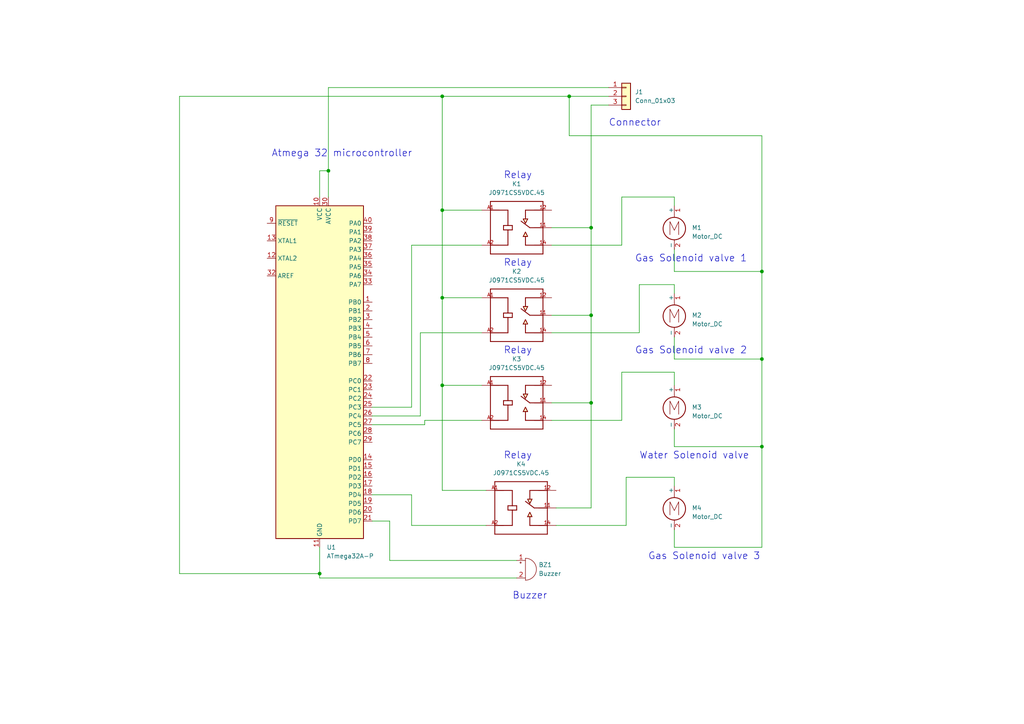
<source format=kicad_sch>
(kicad_sch (version 20211123) (generator eeschema)

  (uuid 5057caa5-4023-4af2-86aa-5e5ba1d06df5)

  (paper "A4")

  (title_block
    (title "Solenoid valve & buzzer")
    (company "Group 13")
  )

  (lib_symbols
    (symbol "Connector_Generic:Conn_01x03" (pin_names (offset 1.016) hide) (in_bom yes) (on_board yes)
      (property "Reference" "J" (id 0) (at 0 5.08 0)
        (effects (font (size 1.27 1.27)))
      )
      (property "Value" "Conn_01x03" (id 1) (at 0 -5.08 0)
        (effects (font (size 1.27 1.27)))
      )
      (property "Footprint" "" (id 2) (at 0 0 0)
        (effects (font (size 1.27 1.27)) hide)
      )
      (property "Datasheet" "~" (id 3) (at 0 0 0)
        (effects (font (size 1.27 1.27)) hide)
      )
      (property "ki_keywords" "connector" (id 4) (at 0 0 0)
        (effects (font (size 1.27 1.27)) hide)
      )
      (property "ki_description" "Generic connector, single row, 01x03, script generated (kicad-library-utils/schlib/autogen/connector/)" (id 5) (at 0 0 0)
        (effects (font (size 1.27 1.27)) hide)
      )
      (property "ki_fp_filters" "Connector*:*_1x??_*" (id 6) (at 0 0 0)
        (effects (font (size 1.27 1.27)) hide)
      )
      (symbol "Conn_01x03_1_1"
        (rectangle (start -1.27 -2.413) (end 0 -2.667)
          (stroke (width 0.1524) (type default) (color 0 0 0 0))
          (fill (type none))
        )
        (rectangle (start -1.27 0.127) (end 0 -0.127)
          (stroke (width 0.1524) (type default) (color 0 0 0 0))
          (fill (type none))
        )
        (rectangle (start -1.27 2.667) (end 0 2.413)
          (stroke (width 0.1524) (type default) (color 0 0 0 0))
          (fill (type none))
        )
        (rectangle (start -1.27 3.81) (end 1.27 -3.81)
          (stroke (width 0.254) (type default) (color 0 0 0 0))
          (fill (type background))
        )
        (pin passive line (at -5.08 2.54 0) (length 3.81)
          (name "Pin_1" (effects (font (size 1.27 1.27))))
          (number "1" (effects (font (size 1.27 1.27))))
        )
        (pin passive line (at -5.08 0 0) (length 3.81)
          (name "Pin_2" (effects (font (size 1.27 1.27))))
          (number "2" (effects (font (size 1.27 1.27))))
        )
        (pin passive line (at -5.08 -2.54 0) (length 3.81)
          (name "Pin_3" (effects (font (size 1.27 1.27))))
          (number "3" (effects (font (size 1.27 1.27))))
        )
      )
    )
    (symbol "Device:Buzzer" (pin_names (offset 0.0254) hide) (in_bom yes) (on_board yes)
      (property "Reference" "BZ" (id 0) (at 3.81 1.27 0)
        (effects (font (size 1.27 1.27)) (justify left))
      )
      (property "Value" "Buzzer" (id 1) (at 3.81 -1.27 0)
        (effects (font (size 1.27 1.27)) (justify left))
      )
      (property "Footprint" "" (id 2) (at -0.635 2.54 90)
        (effects (font (size 1.27 1.27)) hide)
      )
      (property "Datasheet" "~" (id 3) (at -0.635 2.54 90)
        (effects (font (size 1.27 1.27)) hide)
      )
      (property "ki_keywords" "quartz resonator ceramic" (id 4) (at 0 0 0)
        (effects (font (size 1.27 1.27)) hide)
      )
      (property "ki_description" "Buzzer, polarized" (id 5) (at 0 0 0)
        (effects (font (size 1.27 1.27)) hide)
      )
      (property "ki_fp_filters" "*Buzzer*" (id 6) (at 0 0 0)
        (effects (font (size 1.27 1.27)) hide)
      )
      (symbol "Buzzer_0_1"
        (arc (start 0 -3.175) (mid 3.175 0) (end 0 3.175)
          (stroke (width 0) (type default) (color 0 0 0 0))
          (fill (type none))
        )
        (polyline
          (pts
            (xy -1.651 1.905)
            (xy -1.143 1.905)
          )
          (stroke (width 0) (type default) (color 0 0 0 0))
          (fill (type none))
        )
        (polyline
          (pts
            (xy -1.397 2.159)
            (xy -1.397 1.651)
          )
          (stroke (width 0) (type default) (color 0 0 0 0))
          (fill (type none))
        )
        (polyline
          (pts
            (xy 0 3.175)
            (xy 0 -3.175)
          )
          (stroke (width 0) (type default) (color 0 0 0 0))
          (fill (type none))
        )
      )
      (symbol "Buzzer_1_1"
        (pin passive line (at -2.54 2.54 0) (length 2.54)
          (name "-" (effects (font (size 1.27 1.27))))
          (number "1" (effects (font (size 1.27 1.27))))
        )
        (pin passive line (at -2.54 -2.54 0) (length 2.54)
          (name "+" (effects (font (size 1.27 1.27))))
          (number "2" (effects (font (size 1.27 1.27))))
        )
      )
    )
    (symbol "J0971CS5VDC.45:J0971CS5VDC.45" (pin_names (offset 1.016) hide) (in_bom yes) (on_board yes)
      (property "Reference" "K" (id 0) (at -7.62 8.89 0)
        (effects (font (size 1.27 1.27)) (justify left bottom))
      )
      (property "Value" "J0971CS5VDC.45" (id 1) (at -7.62 -10.16 0)
        (effects (font (size 1.27 1.27)) (justify left bottom))
      )
      (property "Footprint" "RELAY_J0971CS5VDC.45" (id 2) (at 0 0 0)
        (effects (font (size 1.27 1.27)) (justify left bottom) hide)
      )
      (property "Datasheet" "" (id 3) (at 0 0 0)
        (effects (font (size 1.27 1.27)) (justify left bottom) hide)
      )
      (property "MANUFACTURER" "CIT Relay & Switch" (id 4) (at 0 0 0)
        (effects (font (size 1.27 1.27)) (justify left bottom) hide)
      )
      (property "PARTREV" "--" (id 5) (at 0 0 0)
        (effects (font (size 1.27 1.27)) (justify left bottom) hide)
      )
      (property "MAXIMUM_PACKAGE_HEIGHT" "15.3mm" (id 6) (at 0 0 0)
        (effects (font (size 1.27 1.27)) (justify left bottom) hide)
      )
      (property "STANDARD" "Manufacturer recommendations" (id 7) (at 0 0 0)
        (effects (font (size 1.27 1.27)) (justify left bottom) hide)
      )
      (property "ki_locked" "" (id 8) (at 0 0 0)
        (effects (font (size 1.27 1.27)))
      )
      (symbol "J0971CS5VDC.45_0_0"
        (polyline
          (pts
            (xy -7.62 -7.62)
            (xy 7.62 -7.62)
          )
          (stroke (width 0.254) (type default) (color 0 0 0 0))
          (fill (type none))
        )
        (polyline
          (pts
            (xy -7.62 -5.08)
            (xy -2.54 -5.08)
          )
          (stroke (width 0.254) (type default) (color 0 0 0 0))
          (fill (type none))
        )
        (polyline
          (pts
            (xy -7.62 5.08)
            (xy -2.54 5.08)
          )
          (stroke (width 0.254) (type default) (color 0 0 0 0))
          (fill (type none))
        )
        (polyline
          (pts
            (xy -7.62 7.62)
            (xy -7.62 -7.62)
          )
          (stroke (width 0.254) (type default) (color 0 0 0 0))
          (fill (type none))
        )
        (polyline
          (pts
            (xy -3.81 -0.635)
            (xy -3.81 0.635)
          )
          (stroke (width 0.254) (type default) (color 0 0 0 0))
          (fill (type none))
        )
        (polyline
          (pts
            (xy -3.81 0.635)
            (xy -2.54 0.635)
          )
          (stroke (width 0.254) (type default) (color 0 0 0 0))
          (fill (type none))
        )
        (polyline
          (pts
            (xy -2.54 -0.635)
            (xy -3.81 -0.635)
          )
          (stroke (width 0.254) (type default) (color 0 0 0 0))
          (fill (type none))
        )
        (polyline
          (pts
            (xy -2.54 -0.635)
            (xy -2.54 -5.08)
          )
          (stroke (width 0.254) (type default) (color 0 0 0 0))
          (fill (type none))
        )
        (polyline
          (pts
            (xy -2.54 0.635)
            (xy -1.27 0.635)
          )
          (stroke (width 0.254) (type default) (color 0 0 0 0))
          (fill (type none))
        )
        (polyline
          (pts
            (xy -2.54 5.08)
            (xy -2.54 0.635)
          )
          (stroke (width 0.254) (type default) (color 0 0 0 0))
          (fill (type none))
        )
        (polyline
          (pts
            (xy -1.27 -0.635)
            (xy -2.54 -0.635)
          )
          (stroke (width 0.254) (type default) (color 0 0 0 0))
          (fill (type none))
        )
        (polyline
          (pts
            (xy -1.27 0.635)
            (xy -1.27 -0.635)
          )
          (stroke (width 0.254) (type default) (color 0 0 0 0))
          (fill (type none))
        )
        (polyline
          (pts
            (xy 2.54 -5.08)
            (xy 2.54 -2.54)
          )
          (stroke (width 0.254) (type default) (color 0 0 0 0))
          (fill (type none))
        )
        (polyline
          (pts
            (xy 2.54 5.08)
            (xy 2.54 2.54)
          )
          (stroke (width 0.254) (type default) (color 0 0 0 0))
          (fill (type none))
        )
        (polyline
          (pts
            (xy 2.54 5.08)
            (xy 7.62 5.08)
          )
          (stroke (width 0.254) (type default) (color 0 0 0 0))
          (fill (type none))
        )
        (polyline
          (pts
            (xy 3.81 0)
            (xy 1.27 1.905)
          )
          (stroke (width 0.254) (type default) (color 0 0 0 0))
          (fill (type none))
        )
        (polyline
          (pts
            (xy 7.62 -7.62)
            (xy 7.62 5.08)
          )
          (stroke (width 0.254) (type default) (color 0 0 0 0))
          (fill (type none))
        )
        (polyline
          (pts
            (xy 7.62 -5.08)
            (xy 2.54 -5.08)
          )
          (stroke (width 0.254) (type default) (color 0 0 0 0))
          (fill (type none))
        )
        (polyline
          (pts
            (xy 7.62 0)
            (xy 3.81 0)
          )
          (stroke (width 0.254) (type default) (color 0 0 0 0))
          (fill (type none))
        )
        (polyline
          (pts
            (xy 7.62 5.08)
            (xy 7.62 7.62)
          )
          (stroke (width 0.254) (type default) (color 0 0 0 0))
          (fill (type none))
        )
        (polyline
          (pts
            (xy 7.62 7.62)
            (xy -7.62 7.62)
          )
          (stroke (width 0.254) (type default) (color 0 0 0 0))
          (fill (type none))
        )
        (polyline
          (pts
            (xy 1.905 -2.54)
            (xy 3.175 -2.54)
            (xy 2.54 -1.27)
            (xy 1.905 -2.54)
          )
          (stroke (width 0.254) (type default) (color 0 0 0 0))
          (fill (type background))
        )
        (polyline
          (pts
            (xy 3.175 2.54)
            (xy 1.905 2.54)
            (xy 2.54 1.27)
            (xy 3.175 2.54)
          )
          (stroke (width 0.254) (type default) (color 0 0 0 0))
          (fill (type background))
        )
        (pin passive line (at 10.16 0 180) (length 5.08)
          (name "~" (effects (font (size 1.016 1.016))))
          (number "11" (effects (font (size 1.016 1.016))))
        )
        (pin passive line (at 10.16 5.08 180) (length 5.08)
          (name "~" (effects (font (size 1.016 1.016))))
          (number "12" (effects (font (size 1.016 1.016))))
        )
        (pin passive line (at 10.16 -5.08 180) (length 5.08)
          (name "~" (effects (font (size 1.016 1.016))))
          (number "14" (effects (font (size 1.016 1.016))))
        )
        (pin passive line (at -10.16 5.08 0) (length 5.08)
          (name "~" (effects (font (size 1.016 1.016))))
          (number "A1" (effects (font (size 1.016 1.016))))
        )
        (pin passive line (at -10.16 -5.08 0) (length 5.08)
          (name "~" (effects (font (size 1.016 1.016))))
          (number "A2" (effects (font (size 1.016 1.016))))
        )
      )
    )
    (symbol "MCU_Microchip_ATmega:ATmega32A-P" (in_bom yes) (on_board yes)
      (property "Reference" "U" (id 0) (at -12.7 49.53 0)
        (effects (font (size 1.27 1.27)) (justify left bottom))
      )
      (property "Value" "ATmega32A-P" (id 1) (at 2.54 -49.53 0)
        (effects (font (size 1.27 1.27)) (justify left top))
      )
      (property "Footprint" "Package_DIP:DIP-40_W15.24mm" (id 2) (at 0 0 0)
        (effects (font (size 1.27 1.27) italic) hide)
      )
      (property "Datasheet" "http://ww1.microchip.com/downloads/en/DeviceDoc/atmel-8155-8-bit-microcontroller-avr-atmega32a_datasheet.pdf" (id 3) (at 0 0 0)
        (effects (font (size 1.27 1.27)) hide)
      )
      (property "ki_keywords" "AVR 8bit Microcontroller MegaAVR" (id 4) (at 0 0 0)
        (effects (font (size 1.27 1.27)) hide)
      )
      (property "ki_description" "16MHz, 32kB Flash, 2kB SRAM, 1kB EEPROM, JTAG, DIP-40" (id 5) (at 0 0 0)
        (effects (font (size 1.27 1.27)) hide)
      )
      (property "ki_fp_filters" "DIP*W15.24mm*" (id 6) (at 0 0 0)
        (effects (font (size 1.27 1.27)) hide)
      )
      (symbol "ATmega32A-P_0_1"
        (rectangle (start -12.7 -48.26) (end 12.7 48.26)
          (stroke (width 0.254) (type default) (color 0 0 0 0))
          (fill (type background))
        )
      )
      (symbol "ATmega32A-P_1_1"
        (pin bidirectional line (at 15.24 20.32 180) (length 2.54)
          (name "PB0" (effects (font (size 1.27 1.27))))
          (number "1" (effects (font (size 1.27 1.27))))
        )
        (pin power_in line (at 0 50.8 270) (length 2.54)
          (name "VCC" (effects (font (size 1.27 1.27))))
          (number "10" (effects (font (size 1.27 1.27))))
        )
        (pin power_in line (at 0 -50.8 90) (length 2.54)
          (name "GND" (effects (font (size 1.27 1.27))))
          (number "11" (effects (font (size 1.27 1.27))))
        )
        (pin output line (at -15.24 33.02 0) (length 2.54)
          (name "XTAL2" (effects (font (size 1.27 1.27))))
          (number "12" (effects (font (size 1.27 1.27))))
        )
        (pin input line (at -15.24 38.1 0) (length 2.54)
          (name "XTAL1" (effects (font (size 1.27 1.27))))
          (number "13" (effects (font (size 1.27 1.27))))
        )
        (pin bidirectional line (at 15.24 -25.4 180) (length 2.54)
          (name "PD0" (effects (font (size 1.27 1.27))))
          (number "14" (effects (font (size 1.27 1.27))))
        )
        (pin bidirectional line (at 15.24 -27.94 180) (length 2.54)
          (name "PD1" (effects (font (size 1.27 1.27))))
          (number "15" (effects (font (size 1.27 1.27))))
        )
        (pin bidirectional line (at 15.24 -30.48 180) (length 2.54)
          (name "PD2" (effects (font (size 1.27 1.27))))
          (number "16" (effects (font (size 1.27 1.27))))
        )
        (pin bidirectional line (at 15.24 -33.02 180) (length 2.54)
          (name "PD3" (effects (font (size 1.27 1.27))))
          (number "17" (effects (font (size 1.27 1.27))))
        )
        (pin bidirectional line (at 15.24 -35.56 180) (length 2.54)
          (name "PD4" (effects (font (size 1.27 1.27))))
          (number "18" (effects (font (size 1.27 1.27))))
        )
        (pin bidirectional line (at 15.24 -38.1 180) (length 2.54)
          (name "PD5" (effects (font (size 1.27 1.27))))
          (number "19" (effects (font (size 1.27 1.27))))
        )
        (pin bidirectional line (at 15.24 17.78 180) (length 2.54)
          (name "PB1" (effects (font (size 1.27 1.27))))
          (number "2" (effects (font (size 1.27 1.27))))
        )
        (pin bidirectional line (at 15.24 -40.64 180) (length 2.54)
          (name "PD6" (effects (font (size 1.27 1.27))))
          (number "20" (effects (font (size 1.27 1.27))))
        )
        (pin bidirectional line (at 15.24 -43.18 180) (length 2.54)
          (name "PD7" (effects (font (size 1.27 1.27))))
          (number "21" (effects (font (size 1.27 1.27))))
        )
        (pin bidirectional line (at 15.24 -2.54 180) (length 2.54)
          (name "PC0" (effects (font (size 1.27 1.27))))
          (number "22" (effects (font (size 1.27 1.27))))
        )
        (pin bidirectional line (at 15.24 -5.08 180) (length 2.54)
          (name "PC1" (effects (font (size 1.27 1.27))))
          (number "23" (effects (font (size 1.27 1.27))))
        )
        (pin bidirectional line (at 15.24 -7.62 180) (length 2.54)
          (name "PC2" (effects (font (size 1.27 1.27))))
          (number "24" (effects (font (size 1.27 1.27))))
        )
        (pin bidirectional line (at 15.24 -10.16 180) (length 2.54)
          (name "PC3" (effects (font (size 1.27 1.27))))
          (number "25" (effects (font (size 1.27 1.27))))
        )
        (pin bidirectional line (at 15.24 -12.7 180) (length 2.54)
          (name "PC4" (effects (font (size 1.27 1.27))))
          (number "26" (effects (font (size 1.27 1.27))))
        )
        (pin bidirectional line (at 15.24 -15.24 180) (length 2.54)
          (name "PC5" (effects (font (size 1.27 1.27))))
          (number "27" (effects (font (size 1.27 1.27))))
        )
        (pin bidirectional line (at 15.24 -17.78 180) (length 2.54)
          (name "PC6" (effects (font (size 1.27 1.27))))
          (number "28" (effects (font (size 1.27 1.27))))
        )
        (pin bidirectional line (at 15.24 -20.32 180) (length 2.54)
          (name "PC7" (effects (font (size 1.27 1.27))))
          (number "29" (effects (font (size 1.27 1.27))))
        )
        (pin bidirectional line (at 15.24 15.24 180) (length 2.54)
          (name "PB2" (effects (font (size 1.27 1.27))))
          (number "3" (effects (font (size 1.27 1.27))))
        )
        (pin power_in line (at 2.54 50.8 270) (length 2.54)
          (name "AVCC" (effects (font (size 1.27 1.27))))
          (number "30" (effects (font (size 1.27 1.27))))
        )
        (pin passive line (at 0 -50.8 90) (length 2.54) hide
          (name "GND" (effects (font (size 1.27 1.27))))
          (number "31" (effects (font (size 1.27 1.27))))
        )
        (pin passive line (at -15.24 27.94 0) (length 2.54)
          (name "AREF" (effects (font (size 1.27 1.27))))
          (number "32" (effects (font (size 1.27 1.27))))
        )
        (pin bidirectional line (at 15.24 25.4 180) (length 2.54)
          (name "PA7" (effects (font (size 1.27 1.27))))
          (number "33" (effects (font (size 1.27 1.27))))
        )
        (pin bidirectional line (at 15.24 27.94 180) (length 2.54)
          (name "PA6" (effects (font (size 1.27 1.27))))
          (number "34" (effects (font (size 1.27 1.27))))
        )
        (pin bidirectional line (at 15.24 30.48 180) (length 2.54)
          (name "PA5" (effects (font (size 1.27 1.27))))
          (number "35" (effects (font (size 1.27 1.27))))
        )
        (pin bidirectional line (at 15.24 33.02 180) (length 2.54)
          (name "PA4" (effects (font (size 1.27 1.27))))
          (number "36" (effects (font (size 1.27 1.27))))
        )
        (pin bidirectional line (at 15.24 35.56 180) (length 2.54)
          (name "PA3" (effects (font (size 1.27 1.27))))
          (number "37" (effects (font (size 1.27 1.27))))
        )
        (pin bidirectional line (at 15.24 38.1 180) (length 2.54)
          (name "PA2" (effects (font (size 1.27 1.27))))
          (number "38" (effects (font (size 1.27 1.27))))
        )
        (pin bidirectional line (at 15.24 40.64 180) (length 2.54)
          (name "PA1" (effects (font (size 1.27 1.27))))
          (number "39" (effects (font (size 1.27 1.27))))
        )
        (pin bidirectional line (at 15.24 12.7 180) (length 2.54)
          (name "PB3" (effects (font (size 1.27 1.27))))
          (number "4" (effects (font (size 1.27 1.27))))
        )
        (pin bidirectional line (at 15.24 43.18 180) (length 2.54)
          (name "PA0" (effects (font (size 1.27 1.27))))
          (number "40" (effects (font (size 1.27 1.27))))
        )
        (pin bidirectional line (at 15.24 10.16 180) (length 2.54)
          (name "PB4" (effects (font (size 1.27 1.27))))
          (number "5" (effects (font (size 1.27 1.27))))
        )
        (pin bidirectional line (at 15.24 7.62 180) (length 2.54)
          (name "PB5" (effects (font (size 1.27 1.27))))
          (number "6" (effects (font (size 1.27 1.27))))
        )
        (pin bidirectional line (at 15.24 5.08 180) (length 2.54)
          (name "PB6" (effects (font (size 1.27 1.27))))
          (number "7" (effects (font (size 1.27 1.27))))
        )
        (pin bidirectional line (at 15.24 2.54 180) (length 2.54)
          (name "PB7" (effects (font (size 1.27 1.27))))
          (number "8" (effects (font (size 1.27 1.27))))
        )
        (pin input line (at -15.24 43.18 0) (length 2.54)
          (name "~{RESET}" (effects (font (size 1.27 1.27))))
          (number "9" (effects (font (size 1.27 1.27))))
        )
      )
    )
    (symbol "Motor:Motor_DC" (pin_names (offset 0)) (in_bom yes) (on_board yes)
      (property "Reference" "M" (id 0) (at 2.54 2.54 0)
        (effects (font (size 1.27 1.27)) (justify left))
      )
      (property "Value" "Motor_DC" (id 1) (at 2.54 -5.08 0)
        (effects (font (size 1.27 1.27)) (justify left top))
      )
      (property "Footprint" "" (id 2) (at 0 -2.286 0)
        (effects (font (size 1.27 1.27)) hide)
      )
      (property "Datasheet" "~" (id 3) (at 0 -2.286 0)
        (effects (font (size 1.27 1.27)) hide)
      )
      (property "ki_keywords" "DC Motor" (id 4) (at 0 0 0)
        (effects (font (size 1.27 1.27)) hide)
      )
      (property "ki_description" "DC Motor" (id 5) (at 0 0 0)
        (effects (font (size 1.27 1.27)) hide)
      )
      (property "ki_fp_filters" "PinHeader*P2.54mm* TerminalBlock*" (id 6) (at 0 0 0)
        (effects (font (size 1.27 1.27)) hide)
      )
      (symbol "Motor_DC_0_0"
        (polyline
          (pts
            (xy -1.27 -3.302)
            (xy -1.27 0.508)
            (xy 0 -2.032)
            (xy 1.27 0.508)
            (xy 1.27 -3.302)
          )
          (stroke (width 0) (type default) (color 0 0 0 0))
          (fill (type none))
        )
      )
      (symbol "Motor_DC_0_1"
        (circle (center 0 -1.524) (radius 3.2512)
          (stroke (width 0.254) (type default) (color 0 0 0 0))
          (fill (type none))
        )
        (polyline
          (pts
            (xy 0 -7.62)
            (xy 0 -7.112)
          )
          (stroke (width 0) (type default) (color 0 0 0 0))
          (fill (type none))
        )
        (polyline
          (pts
            (xy 0 -4.7752)
            (xy 0 -5.1816)
          )
          (stroke (width 0) (type default) (color 0 0 0 0))
          (fill (type none))
        )
        (polyline
          (pts
            (xy 0 1.7272)
            (xy 0 2.0828)
          )
          (stroke (width 0) (type default) (color 0 0 0 0))
          (fill (type none))
        )
        (polyline
          (pts
            (xy 0 2.032)
            (xy 0 2.54)
          )
          (stroke (width 0) (type default) (color 0 0 0 0))
          (fill (type none))
        )
      )
      (symbol "Motor_DC_1_1"
        (pin passive line (at 0 5.08 270) (length 2.54)
          (name "+" (effects (font (size 1.27 1.27))))
          (number "1" (effects (font (size 1.27 1.27))))
        )
        (pin passive line (at 0 -7.62 90) (length 2.54)
          (name "-" (effects (font (size 1.27 1.27))))
          (number "2" (effects (font (size 1.27 1.27))))
        )
      )
    )
  )

  (junction (at 165.1 27.94) (diameter 0) (color 0 0 0 0)
    (uuid 2067ad7b-0255-4cfc-a884-a89d59636b6a)
  )
  (junction (at 128.27 111.76) (diameter 0) (color 0 0 0 0)
    (uuid 376d1575-c27b-4679-8473-7132426b286f)
  )
  (junction (at 128.27 86.36) (diameter 0) (color 0 0 0 0)
    (uuid 3cd2d3a1-0c9d-4b8d-a93e-8ed45295d0da)
  )
  (junction (at 171.45 91.44) (diameter 0) (color 0 0 0 0)
    (uuid 7afb7dd6-026f-43dd-928a-a1422efe2b0f)
  )
  (junction (at 92.71 166.37) (diameter 0) (color 0 0 0 0)
    (uuid 91fad569-7799-4d8b-af12-b43a60119283)
  )
  (junction (at 171.45 116.84) (diameter 0) (color 0 0 0 0)
    (uuid a0a87f93-889e-4037-b9ed-1b3413d2714f)
  )
  (junction (at 128.27 60.96) (diameter 0) (color 0 0 0 0)
    (uuid a1d7a013-d969-4b0c-a568-e48888e56a9c)
  )
  (junction (at 128.27 27.94) (diameter 0) (color 0 0 0 0)
    (uuid a90cfe1b-d7c3-40d9-a5d7-bd1483b3d978)
  )
  (junction (at 95.25 49.53) (diameter 0) (color 0 0 0 0)
    (uuid c79c86f6-660b-4cc2-a795-8042f2cb2d85)
  )
  (junction (at 220.98 104.14) (diameter 0) (color 0 0 0 0)
    (uuid c97546d0-ddcd-47d6-a62d-d75b297965fd)
  )
  (junction (at 171.45 66.04) (diameter 0) (color 0 0 0 0)
    (uuid db4aba0b-75f4-4376-852e-314fcc6f5958)
  )
  (junction (at 220.98 129.54) (diameter 0) (color 0 0 0 0)
    (uuid f448bf3b-2779-4143-a187-cded951fe0f6)
  )
  (junction (at 220.98 78.74) (diameter 0) (color 0 0 0 0)
    (uuid f8793b0b-4754-463d-b265-d245c9c8db87)
  )

  (wire (pts (xy 195.58 153.67) (xy 195.58 158.75))
    (stroke (width 0) (type default) (color 0 0 0 0))
    (uuid 001ed3f4-4bd1-422f-9729-d37c6855544e)
  )
  (wire (pts (xy 176.53 27.94) (xy 165.1 27.94))
    (stroke (width 0) (type default) (color 0 0 0 0))
    (uuid 0104fdeb-9bd2-45b7-9223-abf4d9c4702a)
  )
  (wire (pts (xy 95.25 49.53) (xy 92.71 49.53))
    (stroke (width 0) (type default) (color 0 0 0 0))
    (uuid 04055973-7abf-4cfb-9e5b-f4db3ce662d7)
  )
  (wire (pts (xy 220.98 39.37) (xy 165.1 39.37))
    (stroke (width 0) (type default) (color 0 0 0 0))
    (uuid 040c2e07-251b-44c4-b50b-b39387ce4726)
  )
  (wire (pts (xy 160.02 91.44) (xy 171.45 91.44))
    (stroke (width 0) (type default) (color 0 0 0 0))
    (uuid 0a879a9c-123d-4b35-bb6f-11de402647e7)
  )
  (wire (pts (xy 139.7 86.36) (xy 128.27 86.36))
    (stroke (width 0) (type default) (color 0 0 0 0))
    (uuid 11091c5c-7b53-4196-95c4-8c4cf6c80405)
  )
  (wire (pts (xy 139.7 111.76) (xy 128.27 111.76))
    (stroke (width 0) (type default) (color 0 0 0 0))
    (uuid 115d8124-b275-41df-913a-4f36ceba6639)
  )
  (wire (pts (xy 128.27 27.94) (xy 165.1 27.94))
    (stroke (width 0) (type default) (color 0 0 0 0))
    (uuid 1594db5f-02af-4651-89a2-cae227d8aad5)
  )
  (wire (pts (xy 195.58 78.74) (xy 220.98 78.74))
    (stroke (width 0) (type default) (color 0 0 0 0))
    (uuid 17172a26-0aa2-4001-9ffc-c4eca6c93ec7)
  )
  (wire (pts (xy 128.27 60.96) (xy 128.27 86.36))
    (stroke (width 0) (type default) (color 0 0 0 0))
    (uuid 18dbc6ac-2667-4148-a44d-aa319709bf75)
  )
  (wire (pts (xy 171.45 91.44) (xy 171.45 116.84))
    (stroke (width 0) (type default) (color 0 0 0 0))
    (uuid 20671650-ad02-4e66-b26f-a48efd25d282)
  )
  (wire (pts (xy 165.1 39.37) (xy 165.1 27.94))
    (stroke (width 0) (type default) (color 0 0 0 0))
    (uuid 2101c3aa-a26e-486f-936d-af017b48b3fc)
  )
  (wire (pts (xy 220.98 104.14) (xy 220.98 129.54))
    (stroke (width 0) (type default) (color 0 0 0 0))
    (uuid 2b6140af-1e8e-43f6-82d0-9e555d0358ab)
  )
  (wire (pts (xy 220.98 78.74) (xy 220.98 39.37))
    (stroke (width 0) (type default) (color 0 0 0 0))
    (uuid 2cd6a8e7-d63d-489d-b21c-2609135e89e4)
  )
  (wire (pts (xy 128.27 27.94) (xy 128.27 60.96))
    (stroke (width 0) (type default) (color 0 0 0 0))
    (uuid 3bb6f452-c7ae-43c1-95f1-5bbc2c44ffa1)
  )
  (wire (pts (xy 195.58 72.39) (xy 195.58 78.74))
    (stroke (width 0) (type default) (color 0 0 0 0))
    (uuid 42cbc381-e88c-4684-b0ce-d90af38af875)
  )
  (wire (pts (xy 119.38 152.4) (xy 140.97 152.4))
    (stroke (width 0) (type default) (color 0 0 0 0))
    (uuid 47ffe34f-860e-4134-8688-bcd3eea6f164)
  )
  (wire (pts (xy 52.07 166.37) (xy 52.07 27.94))
    (stroke (width 0) (type default) (color 0 0 0 0))
    (uuid 4fb71023-08c8-4493-9404-9b3aabc2589f)
  )
  (wire (pts (xy 113.03 162.56) (xy 149.86 162.56))
    (stroke (width 0) (type default) (color 0 0 0 0))
    (uuid 56af63a2-8245-4056-a9ad-097d2ba7a5e9)
  )
  (wire (pts (xy 161.29 147.32) (xy 171.45 147.32))
    (stroke (width 0) (type default) (color 0 0 0 0))
    (uuid 590bf2a7-4bf3-4469-902d-73b7eda8cd36)
  )
  (wire (pts (xy 119.38 143.51) (xy 119.38 152.4))
    (stroke (width 0) (type default) (color 0 0 0 0))
    (uuid 5a0e0d83-99a6-47c0-b60b-8397cd120a60)
  )
  (wire (pts (xy 107.95 118.11) (xy 119.38 118.11))
    (stroke (width 0) (type default) (color 0 0 0 0))
    (uuid 62705c0e-359f-4791-ba86-76057c73602b)
  )
  (wire (pts (xy 195.58 82.55) (xy 195.58 85.09))
    (stroke (width 0) (type default) (color 0 0 0 0))
    (uuid 6889afec-b848-4a07-9288-acc16e8d57a3)
  )
  (wire (pts (xy 128.27 60.96) (xy 139.7 60.96))
    (stroke (width 0) (type default) (color 0 0 0 0))
    (uuid 6c5139d9-5de8-48a0-8471-f6b0740fd68f)
  )
  (wire (pts (xy 121.92 120.65) (xy 121.92 96.52))
    (stroke (width 0) (type default) (color 0 0 0 0))
    (uuid 6fdb9f6c-5d70-4696-adf3-fb0fe97ec139)
  )
  (wire (pts (xy 181.61 152.4) (xy 181.61 138.43))
    (stroke (width 0) (type default) (color 0 0 0 0))
    (uuid 7337718b-1107-457c-9e3e-d38a9afb1eb0)
  )
  (wire (pts (xy 171.45 116.84) (xy 171.45 147.32))
    (stroke (width 0) (type default) (color 0 0 0 0))
    (uuid 74b2974d-dafa-4cb4-ac74-46cdbd468aa6)
  )
  (wire (pts (xy 113.03 162.56) (xy 113.03 151.13))
    (stroke (width 0) (type default) (color 0 0 0 0))
    (uuid 75a6e092-f692-4109-a97c-a884dd8a2b06)
  )
  (wire (pts (xy 119.38 71.12) (xy 119.38 118.11))
    (stroke (width 0) (type default) (color 0 0 0 0))
    (uuid 792c7ac4-f2dd-4b54-a774-ee511db17295)
  )
  (wire (pts (xy 92.71 158.75) (xy 92.71 166.37))
    (stroke (width 0) (type default) (color 0 0 0 0))
    (uuid 7ca1c9bd-ead7-4ba6-a222-361322e6f20f)
  )
  (wire (pts (xy 181.61 138.43) (xy 195.58 138.43))
    (stroke (width 0) (type default) (color 0 0 0 0))
    (uuid 7e2b4e24-b0ba-4e23-b8cf-5baa06e8239b)
  )
  (wire (pts (xy 176.53 25.4) (xy 95.25 25.4))
    (stroke (width 0) (type default) (color 0 0 0 0))
    (uuid 7ebea204-5812-4950-bc8e-8ded82211b00)
  )
  (wire (pts (xy 180.34 107.95) (xy 195.58 107.95))
    (stroke (width 0) (type default) (color 0 0 0 0))
    (uuid 7fe9b41e-f37e-43e9-9933-2e1836069213)
  )
  (wire (pts (xy 92.71 166.37) (xy 52.07 166.37))
    (stroke (width 0) (type default) (color 0 0 0 0))
    (uuid 811f7f71-8dd8-4029-a251-35f0067af161)
  )
  (wire (pts (xy 52.07 27.94) (xy 128.27 27.94))
    (stroke (width 0) (type default) (color 0 0 0 0))
    (uuid 812430f8-9535-484a-864f-1d7367c42305)
  )
  (wire (pts (xy 149.86 167.64) (xy 92.71 167.64))
    (stroke (width 0) (type default) (color 0 0 0 0))
    (uuid 81c043d5-7d33-4346-8a6b-5856b166ebbc)
  )
  (wire (pts (xy 220.98 78.74) (xy 220.98 104.14))
    (stroke (width 0) (type default) (color 0 0 0 0))
    (uuid 8d41fb04-d895-4a70-be52-37f48c5b40a1)
  )
  (wire (pts (xy 161.29 152.4) (xy 181.61 152.4))
    (stroke (width 0) (type default) (color 0 0 0 0))
    (uuid 93431f40-5c3f-476a-9e7c-b75685d92563)
  )
  (wire (pts (xy 185.42 96.52) (xy 185.42 82.55))
    (stroke (width 0) (type default) (color 0 0 0 0))
    (uuid 94751d77-a62f-4f38-bb4c-b71545bc4245)
  )
  (wire (pts (xy 107.95 120.65) (xy 121.92 120.65))
    (stroke (width 0) (type default) (color 0 0 0 0))
    (uuid 9a6622ab-903c-45ec-86a2-fb17d64c4494)
  )
  (wire (pts (xy 107.95 123.19) (xy 123.19 123.19))
    (stroke (width 0) (type default) (color 0 0 0 0))
    (uuid 9c6ebfcd-dea5-4d55-90c9-b1dccb04a124)
  )
  (wire (pts (xy 123.19 123.19) (xy 123.19 121.92))
    (stroke (width 0) (type default) (color 0 0 0 0))
    (uuid 9e04e7d0-6eff-4202-86eb-3591f4c3ba60)
  )
  (wire (pts (xy 140.97 142.24) (xy 128.27 142.24))
    (stroke (width 0) (type default) (color 0 0 0 0))
    (uuid 9eb45398-3abf-4ef0-8fe9-a20b6bb2c6f0)
  )
  (wire (pts (xy 160.02 116.84) (xy 171.45 116.84))
    (stroke (width 0) (type default) (color 0 0 0 0))
    (uuid 9ee8a109-4a8b-41f8-86b7-82cdfb11cfbc)
  )
  (wire (pts (xy 92.71 49.53) (xy 92.71 57.15))
    (stroke (width 0) (type default) (color 0 0 0 0))
    (uuid a180c076-c6b5-4526-962f-48842c6c6f27)
  )
  (wire (pts (xy 185.42 82.55) (xy 195.58 82.55))
    (stroke (width 0) (type default) (color 0 0 0 0))
    (uuid a3f99614-bad9-4d66-ac20-efc98919918d)
  )
  (wire (pts (xy 95.25 25.4) (xy 95.25 49.53))
    (stroke (width 0) (type default) (color 0 0 0 0))
    (uuid a66cb9e4-dfcb-4472-ae53-3f24675b0f39)
  )
  (wire (pts (xy 160.02 66.04) (xy 171.45 66.04))
    (stroke (width 0) (type default) (color 0 0 0 0))
    (uuid b1bda78f-56e5-4962-9f57-682e1faf8a08)
  )
  (wire (pts (xy 160.02 71.12) (xy 180.34 71.12))
    (stroke (width 0) (type default) (color 0 0 0 0))
    (uuid b3e7d9a2-38cc-4f76-8d77-2f4c25ef3a21)
  )
  (wire (pts (xy 107.95 143.51) (xy 119.38 143.51))
    (stroke (width 0) (type default) (color 0 0 0 0))
    (uuid bc733b56-6e7d-4c01-9d96-9a6aa7378546)
  )
  (wire (pts (xy 123.19 121.92) (xy 139.7 121.92))
    (stroke (width 0) (type default) (color 0 0 0 0))
    (uuid bd18691f-814d-45bf-8a45-39604acd0242)
  )
  (wire (pts (xy 92.71 167.64) (xy 92.71 166.37))
    (stroke (width 0) (type default) (color 0 0 0 0))
    (uuid bd79a0d1-751e-456e-b60c-c4824f2ec1e8)
  )
  (wire (pts (xy 180.34 71.12) (xy 180.34 57.15))
    (stroke (width 0) (type default) (color 0 0 0 0))
    (uuid beee03ba-5da4-49e7-b0b7-b68c5674e59e)
  )
  (wire (pts (xy 195.58 140.97) (xy 195.58 138.43))
    (stroke (width 0) (type default) (color 0 0 0 0))
    (uuid c02100ef-9c27-43aa-9346-36509991aa5f)
  )
  (wire (pts (xy 220.98 158.75) (xy 220.98 129.54))
    (stroke (width 0) (type default) (color 0 0 0 0))
    (uuid c37cbcde-5003-4212-9676-f46b5d919cb9)
  )
  (wire (pts (xy 195.58 97.79) (xy 195.58 104.14))
    (stroke (width 0) (type default) (color 0 0 0 0))
    (uuid c42a7cda-4374-4933-9e11-e07ed5968ba2)
  )
  (wire (pts (xy 171.45 66.04) (xy 171.45 91.44))
    (stroke (width 0) (type default) (color 0 0 0 0))
    (uuid c5490aeb-2959-46dc-88bd-e8edd29e8c16)
  )
  (wire (pts (xy 121.92 96.52) (xy 139.7 96.52))
    (stroke (width 0) (type default) (color 0 0 0 0))
    (uuid c672a64a-bfd4-431f-95ee-b104eebbb1e2)
  )
  (wire (pts (xy 195.58 57.15) (xy 195.58 59.69))
    (stroke (width 0) (type default) (color 0 0 0 0))
    (uuid c6940a1e-f4e8-447b-aa86-3d2720ab2fc1)
  )
  (wire (pts (xy 195.58 124.46) (xy 195.58 129.54))
    (stroke (width 0) (type default) (color 0 0 0 0))
    (uuid c8052e18-aff0-4eb6-835d-38a935275f65)
  )
  (wire (pts (xy 160.02 121.92) (xy 180.34 121.92))
    (stroke (width 0) (type default) (color 0 0 0 0))
    (uuid cb6c49b1-0d90-41dc-9845-0b00181ee433)
  )
  (wire (pts (xy 180.34 121.92) (xy 180.34 107.95))
    (stroke (width 0) (type default) (color 0 0 0 0))
    (uuid ce1fe73d-f52e-4137-965d-a27b5edc802f)
  )
  (wire (pts (xy 107.95 151.13) (xy 113.03 151.13))
    (stroke (width 0) (type default) (color 0 0 0 0))
    (uuid dd41a5d9-6cb8-4679-a188-02660f05f89b)
  )
  (wire (pts (xy 160.02 96.52) (xy 185.42 96.52))
    (stroke (width 0) (type default) (color 0 0 0 0))
    (uuid e2dfb0b8-07a9-4b7e-8fe3-3974f009aa0a)
  )
  (wire (pts (xy 95.25 49.53) (xy 95.25 57.15))
    (stroke (width 0) (type default) (color 0 0 0 0))
    (uuid e2f10f0a-2160-4cf2-baf3-13f55aa3ab48)
  )
  (wire (pts (xy 195.58 158.75) (xy 220.98 158.75))
    (stroke (width 0) (type default) (color 0 0 0 0))
    (uuid e3c61093-d4f7-415d-8dfc-941fb4e906eb)
  )
  (wire (pts (xy 128.27 86.36) (xy 128.27 111.76))
    (stroke (width 0) (type default) (color 0 0 0 0))
    (uuid ebf5deb5-5184-411e-952c-f9f3b68c4a16)
  )
  (wire (pts (xy 139.7 71.12) (xy 119.38 71.12))
    (stroke (width 0) (type default) (color 0 0 0 0))
    (uuid ef22f9fd-b80a-4c29-a827-323b6ffe5ab3)
  )
  (wire (pts (xy 195.58 104.14) (xy 220.98 104.14))
    (stroke (width 0) (type default) (color 0 0 0 0))
    (uuid f22a8267-1a08-4d89-9a08-c4b2a6ce19e0)
  )
  (wire (pts (xy 195.58 129.54) (xy 220.98 129.54))
    (stroke (width 0) (type default) (color 0 0 0 0))
    (uuid f5815f53-d47d-4a2c-81e1-ca924299b43d)
  )
  (wire (pts (xy 128.27 111.76) (xy 128.27 142.24))
    (stroke (width 0) (type default) (color 0 0 0 0))
    (uuid f7eef594-4041-4c03-8242-996804e12de9)
  )
  (wire (pts (xy 195.58 111.76) (xy 195.58 107.95))
    (stroke (width 0) (type default) (color 0 0 0 0))
    (uuid f833e87e-5230-4591-8af8-fa10d9b8f34e)
  )
  (wire (pts (xy 180.34 57.15) (xy 195.58 57.15))
    (stroke (width 0) (type default) (color 0 0 0 0))
    (uuid fa1f2501-4374-4d01-bf71-9d625e19b4db)
  )
  (wire (pts (xy 171.45 30.48) (xy 171.45 66.04))
    (stroke (width 0) (type default) (color 0 0 0 0))
    (uuid fb4c43bd-15d9-4b1d-81a3-14bdd3d36caf)
  )
  (wire (pts (xy 171.45 30.48) (xy 176.53 30.48))
    (stroke (width 0) (type default) (color 0 0 0 0))
    (uuid fd3eb512-6ee0-4184-8850-25b3b722495d)
  )

  (text "Relay\n" (at 146.05 52.07 0)
    (effects (font (size 2 2)) (justify left bottom))
    (uuid 0057cd84-e170-4a33-9325-541df1fff45e)
  )
  (text "Water Solenoid valve " (at 185.42 133.35 0)
    (effects (font (size 2 2)) (justify left bottom))
    (uuid 19e9a0a0-9e1c-4003-9f39-d6be3238a867)
  )
  (text "Gas Solenoid valve 3" (at 187.96 162.56 0)
    (effects (font (size 2 2)) (justify left bottom))
    (uuid 1c77a84a-a561-4175-adaf-974d2ed4189e)
  )
  (text "Connector" (at 176.53 36.83 0)
    (effects (font (size 2 2)) (justify left bottom))
    (uuid a1593472-1d99-4372-be64-48ad3862308b)
  )
  (text "Relay\n" (at 146.05 133.35 0)
    (effects (font (size 2 2)) (justify left bottom))
    (uuid b135b876-96a1-4711-8dc2-f143388ac511)
  )
  (text "Atmega 32 microcontroller" (at 78.74 45.72 0)
    (effects (font (size 2 2)) (justify left bottom))
    (uuid b20e663b-0975-46b0-a3d8-d6e030e23596)
  )
  (text "Gas Solenoid valve 2" (at 184.15 102.87 0)
    (effects (font (size 2 2)) (justify left bottom))
    (uuid b2902a6d-46e8-4586-ad48-23ae77020696)
  )
  (text "Relay\n" (at 146.05 102.87 0)
    (effects (font (size 2 2)) (justify left bottom))
    (uuid d12c4aee-fe5e-4d7f-b2bf-389812a9a28b)
  )
  (text "Gas Solenoid valve 1" (at 184.15 76.2 0)
    (effects (font (size 2 2)) (justify left bottom))
    (uuid d58cfbc0-11f1-4f88-a277-faa35796f4ff)
  )
  (text "Buzzer" (at 148.59 173.99 0)
    (effects (font (size 2 2)) (justify left bottom))
    (uuid f50dd0eb-064c-4754-a7ca-21caaa21db6b)
  )
  (text "Relay\n" (at 146.05 77.47 0)
    (effects (font (size 2 2)) (justify left bottom))
    (uuid f949a6bb-f0c4-459d-b53c-fdc93e0a392e)
  )

  (symbol (lib_id "Device:Buzzer") (at 152.4 165.1 0) (unit 1)
    (in_bom yes) (on_board yes) (fields_autoplaced)
    (uuid 1ce46766-d88f-43e8-a6cd-218bb8a5733f)
    (property "Reference" "BZ1" (id 0) (at 156.21 163.8299 0)
      (effects (font (size 1.27 1.27)) (justify left))
    )
    (property "Value" "Buzzer" (id 1) (at 156.21 166.3699 0)
      (effects (font (size 1.27 1.27)) (justify left))
    )
    (property "Footprint" "Buzzer_Beeper:Buzzer_12x9.5RM7.6" (id 2) (at 151.765 162.56 90)
      (effects (font (size 1.27 1.27)) hide)
    )
    (property "Datasheet" "~" (id 3) (at 151.765 162.56 90)
      (effects (font (size 1.27 1.27)) hide)
    )
    (pin "1" (uuid 9d136275-ed5a-4afa-9123-3acc97733cec))
    (pin "2" (uuid 9419aaf6-393f-4919-95dd-6ac950296ea0))
  )

  (symbol (lib_id "J0971CS5VDC.45:J0971CS5VDC.45") (at 151.13 147.32 0) (unit 1)
    (in_bom yes) (on_board yes) (fields_autoplaced)
    (uuid 26fd647d-dc70-4fed-a3f9-d70b4278a022)
    (property "Reference" "K4" (id 0) (at 151.13 134.62 0))
    (property "Value" "J0971CS5VDC.45" (id 1) (at 151.13 137.16 0))
    (property "Footprint" "relay:RELAY_J0971CS5VDC.45" (id 2) (at 151.13 147.32 0)
      (effects (font (size 1.27 1.27)) (justify left bottom) hide)
    )
    (property "Datasheet" "" (id 3) (at 151.13 147.32 0)
      (effects (font (size 1.27 1.27)) (justify left bottom) hide)
    )
    (property "MANUFACTURER" "CIT Relay & Switch" (id 4) (at 151.13 147.32 0)
      (effects (font (size 1.27 1.27)) (justify left bottom) hide)
    )
    (property "PARTREV" "--" (id 5) (at 151.13 147.32 0)
      (effects (font (size 1.27 1.27)) (justify left bottom) hide)
    )
    (property "MAXIMUM_PACKAGE_HEIGHT" "15.3mm" (id 6) (at 151.13 147.32 0)
      (effects (font (size 1.27 1.27)) (justify left bottom) hide)
    )
    (property "STANDARD" "Manufacturer recommendations" (id 7) (at 151.13 147.32 0)
      (effects (font (size 1.27 1.27)) (justify left bottom) hide)
    )
    (pin "11" (uuid 37ba5125-4fd8-47d5-bbff-f3a54872b8b7))
    (pin "12" (uuid d5955543-67d4-4f9f-8311-1482bc39cbd3))
    (pin "14" (uuid a0712468-8f32-40e4-b1fd-cb614fb8e1ec))
    (pin "A1" (uuid 6223e5c1-f5fb-4404-b98c-5356728706b2))
    (pin "A2" (uuid 71c2f0a7-4537-4c81-9fe1-e670068501fd))
  )

  (symbol (lib_id "Motor:Motor_DC") (at 195.58 116.84 0) (unit 1)
    (in_bom yes) (on_board yes) (fields_autoplaced)
    (uuid 2a6c91fe-418d-4066-be92-f73cb202b7e1)
    (property "Reference" "M3" (id 0) (at 200.66 118.1099 0)
      (effects (font (size 1.27 1.27)) (justify left))
    )
    (property "Value" "Motor_DC" (id 1) (at 200.66 120.6499 0)
      (effects (font (size 1.27 1.27)) (justify left))
    )
    (property "Footprint" "Buzzer_Beeper:Buzzer_15x7.5RM7.6" (id 2) (at 195.58 119.126 0)
      (effects (font (size 1.27 1.27)) hide)
    )
    (property "Datasheet" "~" (id 3) (at 195.58 119.126 0)
      (effects (font (size 1.27 1.27)) hide)
    )
    (pin "1" (uuid 153d7504-bd61-4078-8dc5-aa8f65fdc096))
    (pin "2" (uuid a80eb6f0-52c9-428c-b012-16013e197d3e))
  )

  (symbol (lib_id "Motor:Motor_DC") (at 195.58 90.17 0) (unit 1)
    (in_bom yes) (on_board yes) (fields_autoplaced)
    (uuid 6f224ea4-b176-46b5-9689-62c5e39c7872)
    (property "Reference" "M2" (id 0) (at 200.66 91.4399 0)
      (effects (font (size 1.27 1.27)) (justify left))
    )
    (property "Value" "Motor_DC" (id 1) (at 200.66 93.9799 0)
      (effects (font (size 1.27 1.27)) (justify left))
    )
    (property "Footprint" "Buzzer_Beeper:Buzzer_15x7.5RM7.6" (id 2) (at 195.58 92.456 0)
      (effects (font (size 1.27 1.27)) hide)
    )
    (property "Datasheet" "~" (id 3) (at 195.58 92.456 0)
      (effects (font (size 1.27 1.27)) hide)
    )
    (pin "1" (uuid 0a2dd552-fc10-4474-ad7d-087e754ccf76))
    (pin "2" (uuid 92596631-a3b9-4614-be53-6c7a132e2a42))
  )

  (symbol (lib_id "J0971CS5VDC.45:J0971CS5VDC.45") (at 149.86 116.84 0) (unit 1)
    (in_bom yes) (on_board yes) (fields_autoplaced)
    (uuid 7a4e57e9-137b-418c-9849-798bfc59846b)
    (property "Reference" "K3" (id 0) (at 149.86 104.14 0))
    (property "Value" "J0971CS5VDC.45" (id 1) (at 149.86 106.68 0))
    (property "Footprint" "relay:RELAY_J0971CS5VDC.45" (id 2) (at 149.86 116.84 0)
      (effects (font (size 1.27 1.27)) (justify left bottom) hide)
    )
    (property "Datasheet" "" (id 3) (at 149.86 116.84 0)
      (effects (font (size 1.27 1.27)) (justify left bottom) hide)
    )
    (property "MANUFACTURER" "CIT Relay & Switch" (id 4) (at 149.86 116.84 0)
      (effects (font (size 1.27 1.27)) (justify left bottom) hide)
    )
    (property "PARTREV" "--" (id 5) (at 149.86 116.84 0)
      (effects (font (size 1.27 1.27)) (justify left bottom) hide)
    )
    (property "MAXIMUM_PACKAGE_HEIGHT" "15.3mm" (id 6) (at 149.86 116.84 0)
      (effects (font (size 1.27 1.27)) (justify left bottom) hide)
    )
    (property "STANDARD" "Manufacturer recommendations" (id 7) (at 149.86 116.84 0)
      (effects (font (size 1.27 1.27)) (justify left bottom) hide)
    )
    (pin "11" (uuid f49f4358-3433-49fa-87a3-1722db1548db))
    (pin "12" (uuid bda24ee9-9111-4819-b6bd-a05aceaa5ad7))
    (pin "14" (uuid f4ea4ac9-c569-4ab2-953e-29358f127c2f))
    (pin "A1" (uuid 282ef6b3-2c18-403a-bf0a-51f49b1046df))
    (pin "A2" (uuid d1387270-be64-4935-a80f-bfb42aba2dcc))
  )

  (symbol (lib_id "Connector_Generic:Conn_01x03") (at 181.61 27.94 0) (unit 1)
    (in_bom yes) (on_board yes) (fields_autoplaced)
    (uuid 7ab93443-f5c6-444f-9489-f109ba14d7a3)
    (property "Reference" "J1" (id 0) (at 184.15 26.6699 0)
      (effects (font (size 1.27 1.27)) (justify left))
    )
    (property "Value" "Conn_01x03" (id 1) (at 184.15 29.2099 0)
      (effects (font (size 1.27 1.27)) (justify left))
    )
    (property "Footprint" "Connector_PinHeader_2.54mm:PinHeader_1x03_P2.54mm_Vertical" (id 2) (at 181.61 27.94 0)
      (effects (font (size 1.27 1.27)) hide)
    )
    (property "Datasheet" "~" (id 3) (at 181.61 27.94 0)
      (effects (font (size 1.27 1.27)) hide)
    )
    (pin "1" (uuid eb5639de-93a4-4fd1-a6bf-ce1f5c7903fd))
    (pin "2" (uuid f936a755-f61a-4f3f-a819-1546d616f8d0))
    (pin "3" (uuid 28de0a2c-7a28-48db-b0c7-e90b47471793))
  )

  (symbol (lib_id "MCU_Microchip_ATmega:ATmega32A-P") (at 92.71 107.95 0) (unit 1)
    (in_bom yes) (on_board yes) (fields_autoplaced)
    (uuid 96b47d44-e066-4d96-8eb9-32cff14664ad)
    (property "Reference" "U1" (id 0) (at 94.7294 158.75 0)
      (effects (font (size 1.27 1.27)) (justify left))
    )
    (property "Value" "ATmega32A-P" (id 1) (at 94.7294 161.29 0)
      (effects (font (size 1.27 1.27)) (justify left))
    )
    (property "Footprint" "Package_DIP:DIP-40_W15.24mm" (id 2) (at 92.71 107.95 0)
      (effects (font (size 1.27 1.27) italic) hide)
    )
    (property "Datasheet" "http://ww1.microchip.com/downloads/en/DeviceDoc/atmel-8155-8-bit-microcontroller-avr-atmega32a_datasheet.pdf" (id 3) (at 92.71 107.95 0)
      (effects (font (size 1.27 1.27)) hide)
    )
    (pin "1" (uuid c9e273d7-a010-4eb6-bc17-e971e4dbbbb8))
    (pin "10" (uuid df508422-a898-4dad-9398-990acbbaeb1b))
    (pin "11" (uuid 78343376-a46f-4c56-95e5-f4afd108eae0))
    (pin "12" (uuid 3f6cdbea-594a-44ac-bf7a-0237b5eb48a7))
    (pin "13" (uuid 21321c46-f3f9-409d-9a19-bfbde9df853f))
    (pin "14" (uuid bf719abc-9dea-4268-b176-4d327f09e8d5))
    (pin "15" (uuid 15a45437-2916-4d6d-a370-d11f885448f2))
    (pin "16" (uuid ead992be-969c-4325-a2a8-74c94e7856a4))
    (pin "17" (uuid 11239c85-41f5-4cac-9fed-567963efa03a))
    (pin "18" (uuid ef138cd7-0ae3-4588-b303-6628e0deaefb))
    (pin "19" (uuid b101378a-ae4b-4937-aa26-75a9a0c8c214))
    (pin "2" (uuid cdae1201-d6a9-4324-92ef-b8a9e343a1d6))
    (pin "20" (uuid b6f119d5-4aa1-4cb1-bbcf-2ce9e3b9699f))
    (pin "21" (uuid 575ec632-cbae-410e-a082-97e8b5a07a3f))
    (pin "22" (uuid 8a82c30d-2838-416d-b47b-a5a6c4f8b819))
    (pin "23" (uuid 15bc1795-b812-446f-beb5-84e7496a1439))
    (pin "24" (uuid 3389dc8e-99f3-41d1-b1eb-860c324c58ef))
    (pin "25" (uuid c900b770-b8fd-4d8d-89d4-91559acfac66))
    (pin "26" (uuid 21c990cd-d5b7-4707-9c42-075602ae7c25))
    (pin "27" (uuid f81c7cd0-69de-4938-966c-6de0a59f6d86))
    (pin "28" (uuid 2e485f0f-a0c2-43a4-91b3-7c9a2a679238))
    (pin "29" (uuid 18afefe0-ae8b-41c8-bf7a-85cbe9d745e3))
    (pin "3" (uuid 9801f972-0e5a-406b-b588-6fb2d288952c))
    (pin "30" (uuid 948346c4-c3d2-4dbf-838c-d60def8b5b64))
    (pin "31" (uuid 0a7e6b5b-02ed-4389-aa64-d477e9b37fe3))
    (pin "32" (uuid 01892acd-1977-47f6-952f-fd04831589cb))
    (pin "33" (uuid 8885a84e-3793-48c1-a3e7-234637d0b1d4))
    (pin "34" (uuid 9918d205-5cca-480c-bfab-fedf75082cae))
    (pin "35" (uuid be3152f6-836f-4aab-ad58-32031a8c804b))
    (pin "36" (uuid 4c73c57a-6793-4098-ac9b-6623138d44b0))
    (pin "37" (uuid d40fd401-3785-4d89-a0ff-6de96951f317))
    (pin "38" (uuid 0f8d49c1-05f1-4109-8fc8-dce68d041dba))
    (pin "39" (uuid e6441b18-4fd7-4513-b312-80fe3a984c52))
    (pin "4" (uuid 590924e3-c835-4479-8e87-ecaaf36717a6))
    (pin "40" (uuid f4e63c47-0bf9-4049-b806-645b4dd1a055))
    (pin "5" (uuid 05887cdb-b0dd-4a62-96aa-cf23300a9f17))
    (pin "6" (uuid 51adf54a-8dd7-43e6-9054-514ba58a329c))
    (pin "7" (uuid 0aacfdc8-b128-4b5f-ae3f-68a90b63135d))
    (pin "8" (uuid 51157e9f-f97e-4f07-92fb-df5f81621812))
    (pin "9" (uuid e730e92d-fb7d-4826-9aa6-f5dbd2b0dea1))
  )

  (symbol (lib_id "J0971CS5VDC.45:J0971CS5VDC.45") (at 149.86 91.44 0) (unit 1)
    (in_bom yes) (on_board yes) (fields_autoplaced)
    (uuid 9d09f210-d49c-4835-9984-9702a0f82e06)
    (property "Reference" "K2" (id 0) (at 149.86 78.74 0))
    (property "Value" "J0971CS5VDC.45" (id 1) (at 149.86 81.28 0))
    (property "Footprint" "relay:RELAY_J0971CS5VDC.45" (id 2) (at 149.86 91.44 0)
      (effects (font (size 1.27 1.27)) (justify left bottom) hide)
    )
    (property "Datasheet" "" (id 3) (at 149.86 91.44 0)
      (effects (font (size 1.27 1.27)) (justify left bottom) hide)
    )
    (property "MANUFACTURER" "CIT Relay & Switch" (id 4) (at 149.86 91.44 0)
      (effects (font (size 1.27 1.27)) (justify left bottom) hide)
    )
    (property "PARTREV" "--" (id 5) (at 149.86 91.44 0)
      (effects (font (size 1.27 1.27)) (justify left bottom) hide)
    )
    (property "MAXIMUM_PACKAGE_HEIGHT" "15.3mm" (id 6) (at 149.86 91.44 0)
      (effects (font (size 1.27 1.27)) (justify left bottom) hide)
    )
    (property "STANDARD" "Manufacturer recommendations" (id 7) (at 149.86 91.44 0)
      (effects (font (size 1.27 1.27)) (justify left bottom) hide)
    )
    (pin "11" (uuid 613627b1-dafe-4dbe-9a56-b640df029de9))
    (pin "12" (uuid 80da4df0-9f72-464c-a503-d0953e579b07))
    (pin "14" (uuid 62b2dec6-4a1e-40e2-863f-e99ee0652e01))
    (pin "A1" (uuid 70cd2fc7-a129-42b0-b457-87e283f3497c))
    (pin "A2" (uuid d2b4c8a0-bc9a-4605-9e58-d7f47fbcbcef))
  )

  (symbol (lib_id "J0971CS5VDC.45:J0971CS5VDC.45") (at 149.86 66.04 0) (unit 1)
    (in_bom yes) (on_board yes) (fields_autoplaced)
    (uuid b1348de0-0a99-48de-945e-fd1e22208ae5)
    (property "Reference" "K1" (id 0) (at 149.86 53.34 0))
    (property "Value" "J0971CS5VDC.45" (id 1) (at 149.86 55.88 0))
    (property "Footprint" "relay:RELAY_J0971CS5VDC.45" (id 2) (at 149.86 66.04 0)
      (effects (font (size 1.27 1.27)) (justify left bottom) hide)
    )
    (property "Datasheet" "" (id 3) (at 149.86 66.04 0)
      (effects (font (size 1.27 1.27)) (justify left bottom) hide)
    )
    (property "MANUFACTURER" "CIT Relay & Switch" (id 4) (at 149.86 66.04 0)
      (effects (font (size 1.27 1.27)) (justify left bottom) hide)
    )
    (property "PARTREV" "--" (id 5) (at 149.86 66.04 0)
      (effects (font (size 1.27 1.27)) (justify left bottom) hide)
    )
    (property "MAXIMUM_PACKAGE_HEIGHT" "15.3mm" (id 6) (at 149.86 66.04 0)
      (effects (font (size 1.27 1.27)) (justify left bottom) hide)
    )
    (property "STANDARD" "Manufacturer recommendations" (id 7) (at 149.86 66.04 0)
      (effects (font (size 1.27 1.27)) (justify left bottom) hide)
    )
    (pin "11" (uuid 55905d8b-897b-4061-904c-a4a584279e19))
    (pin "12" (uuid c051bbd1-db94-42d0-a21d-161fc1f5d1d9))
    (pin "14" (uuid b5cd0401-e5b9-47af-9b6d-4283606e867b))
    (pin "A1" (uuid fc4e6de1-a685-4986-8d6a-34970219646d))
    (pin "A2" (uuid fabc65aa-b54c-413a-ad18-37c7fa8f6767))
  )

  (symbol (lib_id "Motor:Motor_DC") (at 195.58 146.05 0) (unit 1)
    (in_bom yes) (on_board yes) (fields_autoplaced)
    (uuid f898753c-1926-41f2-b29d-00f037d20570)
    (property "Reference" "M4" (id 0) (at 200.66 147.3199 0)
      (effects (font (size 1.27 1.27)) (justify left))
    )
    (property "Value" "Motor_DC" (id 1) (at 200.66 149.8599 0)
      (effects (font (size 1.27 1.27)) (justify left))
    )
    (property "Footprint" "Buzzer_Beeper:Buzzer_15x7.5RM7.6" (id 2) (at 195.58 148.336 0)
      (effects (font (size 1.27 1.27)) hide)
    )
    (property "Datasheet" "~" (id 3) (at 195.58 148.336 0)
      (effects (font (size 1.27 1.27)) hide)
    )
    (pin "1" (uuid f8c4b265-8f7b-419d-9cb4-69d96e5377d6))
    (pin "2" (uuid b336cd83-cb0c-409b-bd46-9e8239ad8c5d))
  )

  (symbol (lib_id "Motor:Motor_DC") (at 195.58 64.77 0) (unit 1)
    (in_bom yes) (on_board yes) (fields_autoplaced)
    (uuid fc548653-e682-41f9-8420-e8bb74dea800)
    (property "Reference" "M1" (id 0) (at 200.66 66.0399 0)
      (effects (font (size 1.27 1.27)) (justify left))
    )
    (property "Value" "Motor_DC" (id 1) (at 200.66 68.5799 0)
      (effects (font (size 1.27 1.27)) (justify left))
    )
    (property "Footprint" "Buzzer_Beeper:Buzzer_15x7.5RM7.6" (id 2) (at 195.58 67.056 0)
      (effects (font (size 1.27 1.27)) hide)
    )
    (property "Datasheet" "~" (id 3) (at 195.58 67.056 0)
      (effects (font (size 1.27 1.27)) hide)
    )
    (pin "1" (uuid 53e2098c-b89c-4522-95cf-c25f4d9707f2))
    (pin "2" (uuid 24e41b8b-a997-4259-adf8-2776f9e03a3c))
  )

  (sheet_instances
    (path "/" (page "1"))
  )

  (symbol_instances
    (path "/1ce46766-d88f-43e8-a6cd-218bb8a5733f"
      (reference "BZ1") (unit 1) (value "Buzzer") (footprint "Buzzer_Beeper:Buzzer_12x9.5RM7.6")
    )
    (path "/7ab93443-f5c6-444f-9489-f109ba14d7a3"
      (reference "J1") (unit 1) (value "Conn_01x03") (footprint "Connector_PinHeader_2.54mm:PinHeader_1x03_P2.54mm_Vertical")
    )
    (path "/b1348de0-0a99-48de-945e-fd1e22208ae5"
      (reference "K1") (unit 1) (value "J0971CS5VDC.45") (footprint "relay:RELAY_J0971CS5VDC.45")
    )
    (path "/9d09f210-d49c-4835-9984-9702a0f82e06"
      (reference "K2") (unit 1) (value "J0971CS5VDC.45") (footprint "relay:RELAY_J0971CS5VDC.45")
    )
    (path "/7a4e57e9-137b-418c-9849-798bfc59846b"
      (reference "K3") (unit 1) (value "J0971CS5VDC.45") (footprint "relay:RELAY_J0971CS5VDC.45")
    )
    (path "/26fd647d-dc70-4fed-a3f9-d70b4278a022"
      (reference "K4") (unit 1) (value "J0971CS5VDC.45") (footprint "relay:RELAY_J0971CS5VDC.45")
    )
    (path "/fc548653-e682-41f9-8420-e8bb74dea800"
      (reference "M1") (unit 1) (value "Motor_DC") (footprint "Buzzer_Beeper:Buzzer_15x7.5RM7.6")
    )
    (path "/6f224ea4-b176-46b5-9689-62c5e39c7872"
      (reference "M2") (unit 1) (value "Motor_DC") (footprint "Buzzer_Beeper:Buzzer_15x7.5RM7.6")
    )
    (path "/2a6c91fe-418d-4066-be92-f73cb202b7e1"
      (reference "M3") (unit 1) (value "Motor_DC") (footprint "Buzzer_Beeper:Buzzer_15x7.5RM7.6")
    )
    (path "/f898753c-1926-41f2-b29d-00f037d20570"
      (reference "M4") (unit 1) (value "Motor_DC") (footprint "Buzzer_Beeper:Buzzer_15x7.5RM7.6")
    )
    (path "/96b47d44-e066-4d96-8eb9-32cff14664ad"
      (reference "U1") (unit 1) (value "ATmega32A-P") (footprint "Package_DIP:DIP-40_W15.24mm")
    )
  )
)

</source>
